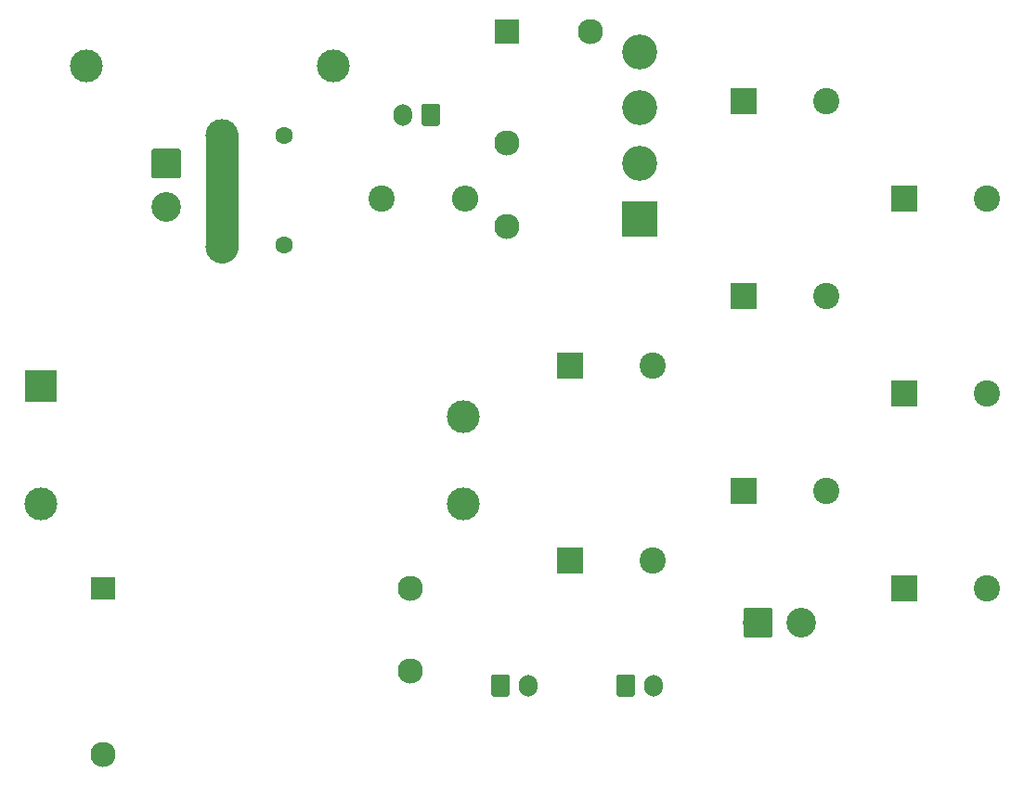
<source format=gbr>
G04 #@! TF.GenerationSoftware,KiCad,Pcbnew,(5.1.2)-1*
G04 #@! TF.CreationDate,2020-05-02T19:55:24+09:00*
G04 #@! TF.ProjectId,PowerBoard,506f7765-7242-46f6-9172-642e6b696361,rev?*
G04 #@! TF.SameCoordinates,Original*
G04 #@! TF.FileFunction,Copper,L1,Top*
G04 #@! TF.FilePolarity,Positive*
%FSLAX46Y46*%
G04 Gerber Fmt 4.6, Leading zero omitted, Abs format (unit mm)*
G04 Created by KiCad (PCBNEW (5.1.2)-1) date 2020-05-02 19:55:24*
%MOMM*%
%LPD*%
G04 APERTURE LIST*
%ADD10R,3.000000X3.000000*%
%ADD11C,3.000000*%
%ADD12C,1.600000*%
%ADD13R,2.400000X2.400000*%
%ADD14C,2.400000*%
%ADD15C,3.200000*%
%ADD16R,3.200000X3.200000*%
%ADD17C,0.100000*%
%ADD18C,2.700000*%
%ADD19O,1.700000X2.000000*%
%ADD20C,1.700000*%
%ADD21C,2.300000*%
%ADD22R,2.300000X2.300000*%
%ADD23R,2.300000X2.000000*%
%ADD24O,2.400000X2.400000*%
%ADD25C,3.000000*%
G04 APERTURE END LIST*
D10*
X-43180000Y1270000D03*
D11*
X-4680000Y-1480000D03*
X-43180000Y-9480000D03*
X-4680000Y-9480000D03*
D12*
X-20955000Y14130000D03*
X-20955000Y24130000D03*
D13*
X35560000Y-17145000D03*
D14*
X43060000Y-17145000D03*
X12580000Y-14605000D03*
D13*
X5080000Y-14605000D03*
X20955000Y-8255000D03*
D14*
X28455000Y-8255000D03*
X43060000Y635000D03*
D13*
X35560000Y635000D03*
X5080000Y3175000D03*
D14*
X12580000Y3175000D03*
X28455000Y9525000D03*
D13*
X20955000Y9525000D03*
X35560000Y18415000D03*
D14*
X43060000Y18415000D03*
X28455000Y27305000D03*
D13*
X20955000Y27305000D03*
D15*
X11430000Y31750000D03*
X11430000Y26670000D03*
X11430000Y21590000D03*
D16*
X11430000Y16510000D03*
D11*
X-39010000Y30480000D03*
X-16510000Y30480000D03*
D17*
G36*
X-30625497Y22938796D02*
G01*
X-30601228Y22935196D01*
X-30577430Y22929235D01*
X-30554330Y22920970D01*
X-30532151Y22910480D01*
X-30511108Y22897867D01*
X-30491402Y22883252D01*
X-30473224Y22866776D01*
X-30456748Y22848598D01*
X-30442133Y22828892D01*
X-30429520Y22807849D01*
X-30419030Y22785670D01*
X-30410765Y22762570D01*
X-30404804Y22738772D01*
X-30401204Y22714503D01*
X-30400000Y22689999D01*
X-30400000Y20490001D01*
X-30401204Y20465497D01*
X-30404804Y20441228D01*
X-30410765Y20417430D01*
X-30419030Y20394330D01*
X-30429520Y20372151D01*
X-30442133Y20351108D01*
X-30456748Y20331402D01*
X-30473224Y20313224D01*
X-30491402Y20296748D01*
X-30511108Y20282133D01*
X-30532151Y20269520D01*
X-30554330Y20259030D01*
X-30577430Y20250765D01*
X-30601228Y20244804D01*
X-30625497Y20241204D01*
X-30650001Y20240000D01*
X-32849999Y20240000D01*
X-32874503Y20241204D01*
X-32898772Y20244804D01*
X-32922570Y20250765D01*
X-32945670Y20259030D01*
X-32967849Y20269520D01*
X-32988892Y20282133D01*
X-33008598Y20296748D01*
X-33026776Y20313224D01*
X-33043252Y20331402D01*
X-33057867Y20351108D01*
X-33070480Y20372151D01*
X-33080970Y20394330D01*
X-33089235Y20417430D01*
X-33095196Y20441228D01*
X-33098796Y20465497D01*
X-33100000Y20490001D01*
X-33100000Y22689999D01*
X-33098796Y22714503D01*
X-33095196Y22738772D01*
X-33089235Y22762570D01*
X-33080970Y22785670D01*
X-33070480Y22807849D01*
X-33057867Y22828892D01*
X-33043252Y22848598D01*
X-33026776Y22866776D01*
X-33008598Y22883252D01*
X-32988892Y22897867D01*
X-32967849Y22910480D01*
X-32945670Y22920970D01*
X-32922570Y22929235D01*
X-32898772Y22935196D01*
X-32874503Y22938796D01*
X-32849999Y22940000D01*
X-30650001Y22940000D01*
X-30625497Y22938796D01*
X-30625497Y22938796D01*
G37*
D18*
X-31750000Y21590000D03*
X-31750000Y17630000D03*
D19*
X-10120000Y26035000D03*
D17*
G36*
X-6995496Y27033796D02*
G01*
X-6971227Y27030196D01*
X-6947429Y27024235D01*
X-6924329Y27015970D01*
X-6902151Y27005480D01*
X-6881107Y26992867D01*
X-6861402Y26978253D01*
X-6843223Y26961777D01*
X-6826747Y26943598D01*
X-6812133Y26923893D01*
X-6799520Y26902849D01*
X-6789030Y26880671D01*
X-6780765Y26857571D01*
X-6774804Y26833773D01*
X-6771204Y26809504D01*
X-6770000Y26785000D01*
X-6770000Y25285000D01*
X-6771204Y25260496D01*
X-6774804Y25236227D01*
X-6780765Y25212429D01*
X-6789030Y25189329D01*
X-6799520Y25167151D01*
X-6812133Y25146107D01*
X-6826747Y25126402D01*
X-6843223Y25108223D01*
X-6861402Y25091747D01*
X-6881107Y25077133D01*
X-6902151Y25064520D01*
X-6924329Y25054030D01*
X-6947429Y25045765D01*
X-6971227Y25039804D01*
X-6995496Y25036204D01*
X-7020000Y25035000D01*
X-8220000Y25035000D01*
X-8244504Y25036204D01*
X-8268773Y25039804D01*
X-8292571Y25045765D01*
X-8315671Y25054030D01*
X-8337849Y25064520D01*
X-8358893Y25077133D01*
X-8378598Y25091747D01*
X-8396777Y25108223D01*
X-8413253Y25126402D01*
X-8427867Y25146107D01*
X-8440480Y25167151D01*
X-8450970Y25189329D01*
X-8459235Y25212429D01*
X-8465196Y25236227D01*
X-8468796Y25260496D01*
X-8470000Y25285000D01*
X-8470000Y26785000D01*
X-8468796Y26809504D01*
X-8465196Y26833773D01*
X-8459235Y26857571D01*
X-8450970Y26880671D01*
X-8440480Y26902849D01*
X-8427867Y26923893D01*
X-8413253Y26943598D01*
X-8396777Y26961777D01*
X-8378598Y26978253D01*
X-8358893Y26992867D01*
X-8337849Y27005480D01*
X-8315671Y27015970D01*
X-8292571Y27024235D01*
X-8268773Y27030196D01*
X-8244504Y27033796D01*
X-8220000Y27035000D01*
X-7020000Y27035000D01*
X-6995496Y27033796D01*
X-6995496Y27033796D01*
G37*
D20*
X-7620000Y26035000D03*
D17*
G36*
X10784504Y-25036204D02*
G01*
X10808773Y-25039804D01*
X10832571Y-25045765D01*
X10855671Y-25054030D01*
X10877849Y-25064520D01*
X10898893Y-25077133D01*
X10918598Y-25091747D01*
X10936777Y-25108223D01*
X10953253Y-25126402D01*
X10967867Y-25146107D01*
X10980480Y-25167151D01*
X10990970Y-25189329D01*
X10999235Y-25212429D01*
X11005196Y-25236227D01*
X11008796Y-25260496D01*
X11010000Y-25285000D01*
X11010000Y-26785000D01*
X11008796Y-26809504D01*
X11005196Y-26833773D01*
X10999235Y-26857571D01*
X10990970Y-26880671D01*
X10980480Y-26902849D01*
X10967867Y-26923893D01*
X10953253Y-26943598D01*
X10936777Y-26961777D01*
X10918598Y-26978253D01*
X10898893Y-26992867D01*
X10877849Y-27005480D01*
X10855671Y-27015970D01*
X10832571Y-27024235D01*
X10808773Y-27030196D01*
X10784504Y-27033796D01*
X10760000Y-27035000D01*
X9560000Y-27035000D01*
X9535496Y-27033796D01*
X9511227Y-27030196D01*
X9487429Y-27024235D01*
X9464329Y-27015970D01*
X9442151Y-27005480D01*
X9421107Y-26992867D01*
X9401402Y-26978253D01*
X9383223Y-26961777D01*
X9366747Y-26943598D01*
X9352133Y-26923893D01*
X9339520Y-26902849D01*
X9329030Y-26880671D01*
X9320765Y-26857571D01*
X9314804Y-26833773D01*
X9311204Y-26809504D01*
X9310000Y-26785000D01*
X9310000Y-25285000D01*
X9311204Y-25260496D01*
X9314804Y-25236227D01*
X9320765Y-25212429D01*
X9329030Y-25189329D01*
X9339520Y-25167151D01*
X9352133Y-25146107D01*
X9366747Y-25126402D01*
X9383223Y-25108223D01*
X9401402Y-25091747D01*
X9421107Y-25077133D01*
X9442151Y-25064520D01*
X9464329Y-25054030D01*
X9487429Y-25045765D01*
X9511227Y-25039804D01*
X9535496Y-25036204D01*
X9560000Y-25035000D01*
X10760000Y-25035000D01*
X10784504Y-25036204D01*
X10784504Y-25036204D01*
G37*
D20*
X10160000Y-26035000D03*
D19*
X12660000Y-26035000D03*
X1230000Y-26035000D03*
D17*
G36*
X-645496Y-25036204D02*
G01*
X-621227Y-25039804D01*
X-597429Y-25045765D01*
X-574329Y-25054030D01*
X-552151Y-25064520D01*
X-531107Y-25077133D01*
X-511402Y-25091747D01*
X-493223Y-25108223D01*
X-476747Y-25126402D01*
X-462133Y-25146107D01*
X-449520Y-25167151D01*
X-439030Y-25189329D01*
X-430765Y-25212429D01*
X-424804Y-25236227D01*
X-421204Y-25260496D01*
X-420000Y-25285000D01*
X-420000Y-26785000D01*
X-421204Y-26809504D01*
X-424804Y-26833773D01*
X-430765Y-26857571D01*
X-439030Y-26880671D01*
X-449520Y-26902849D01*
X-462133Y-26923893D01*
X-476747Y-26943598D01*
X-493223Y-26961777D01*
X-511402Y-26978253D01*
X-531107Y-26992867D01*
X-552151Y-27005480D01*
X-574329Y-27015970D01*
X-597429Y-27024235D01*
X-621227Y-27030196D01*
X-645496Y-27033796D01*
X-670000Y-27035000D01*
X-1870000Y-27035000D01*
X-1894504Y-27033796D01*
X-1918773Y-27030196D01*
X-1942571Y-27024235D01*
X-1965671Y-27015970D01*
X-1987849Y-27005480D01*
X-2008893Y-26992867D01*
X-2028598Y-26978253D01*
X-2046777Y-26961777D01*
X-2063253Y-26943598D01*
X-2077867Y-26923893D01*
X-2090480Y-26902849D01*
X-2100970Y-26880671D01*
X-2109235Y-26857571D01*
X-2115196Y-26833773D01*
X-2118796Y-26809504D01*
X-2120000Y-26785000D01*
X-2120000Y-25285000D01*
X-2118796Y-25260496D01*
X-2115196Y-25236227D01*
X-2109235Y-25212429D01*
X-2100970Y-25189329D01*
X-2090480Y-25167151D01*
X-2077867Y-25146107D01*
X-2063253Y-25126402D01*
X-2046777Y-25108223D01*
X-2028598Y-25091747D01*
X-2008893Y-25077133D01*
X-1987849Y-25064520D01*
X-1965671Y-25054030D01*
X-1942571Y-25045765D01*
X-1918773Y-25039804D01*
X-1894504Y-25036204D01*
X-1870000Y-25035000D01*
X-670000Y-25035000D01*
X-645496Y-25036204D01*
X-645496Y-25036204D01*
G37*
D20*
X-1270000Y-26035000D03*
D18*
X26185000Y-20320000D03*
D17*
G36*
X23349503Y-18971204D02*
G01*
X23373772Y-18974804D01*
X23397570Y-18980765D01*
X23420670Y-18989030D01*
X23442849Y-18999520D01*
X23463892Y-19012133D01*
X23483598Y-19026748D01*
X23501776Y-19043224D01*
X23518252Y-19061402D01*
X23532867Y-19081108D01*
X23545480Y-19102151D01*
X23555970Y-19124330D01*
X23564235Y-19147430D01*
X23570196Y-19171228D01*
X23573796Y-19195497D01*
X23575000Y-19220001D01*
X23575000Y-21419999D01*
X23573796Y-21444503D01*
X23570196Y-21468772D01*
X23564235Y-21492570D01*
X23555970Y-21515670D01*
X23545480Y-21537849D01*
X23532867Y-21558892D01*
X23518252Y-21578598D01*
X23501776Y-21596776D01*
X23483598Y-21613252D01*
X23463892Y-21627867D01*
X23442849Y-21640480D01*
X23420670Y-21650970D01*
X23397570Y-21659235D01*
X23373772Y-21665196D01*
X23349503Y-21668796D01*
X23324999Y-21670000D01*
X21125001Y-21670000D01*
X21100497Y-21668796D01*
X21076228Y-21665196D01*
X21052430Y-21659235D01*
X21029330Y-21650970D01*
X21007151Y-21640480D01*
X20986108Y-21627867D01*
X20966402Y-21613252D01*
X20948224Y-21596776D01*
X20931748Y-21578598D01*
X20917133Y-21558892D01*
X20904520Y-21537849D01*
X20894030Y-21515670D01*
X20885765Y-21492570D01*
X20879804Y-21468772D01*
X20876204Y-21444503D01*
X20875000Y-21419999D01*
X20875000Y-19220001D01*
X20876204Y-19195497D01*
X20879804Y-19171228D01*
X20885765Y-19147430D01*
X20894030Y-19124330D01*
X20904520Y-19102151D01*
X20917133Y-19081108D01*
X20931748Y-19061402D01*
X20948224Y-19043224D01*
X20966402Y-19026748D01*
X20986108Y-19012133D01*
X21007151Y-18999520D01*
X21029330Y-18989030D01*
X21052430Y-18980765D01*
X21076228Y-18974804D01*
X21100497Y-18971204D01*
X21125001Y-18970000D01*
X23324999Y-18970000D01*
X23349503Y-18971204D01*
X23349503Y-18971204D01*
G37*
D18*
X22225000Y-20320000D03*
D21*
X6985000Y33655000D03*
X-635000Y15875000D03*
X-635000Y23495000D03*
D22*
X-635000Y33655000D03*
D21*
X-9465000Y-24745000D03*
X-37465000Y-32345000D03*
D23*
X-37465000Y-17145000D03*
D21*
X-9465000Y-17145000D03*
D24*
X-4445000Y18415000D03*
D14*
X-12065000Y18415000D03*
D11*
X-26670000Y13970000D03*
X-26670000Y24130000D03*
D25*
X-26670000Y13970000D02*
X-26670000Y24130000D01*
M02*

</source>
